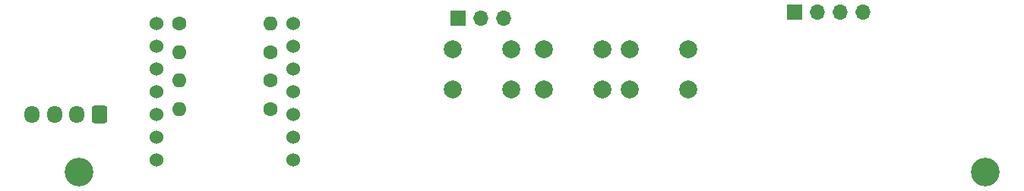
<source format=gbr>
%TF.GenerationSoftware,KiCad,Pcbnew,7.0.9*%
%TF.CreationDate,2024-10-29T13:49:45+09:00*%
%TF.ProjectId,02-top,30322d74-6f70-42e6-9b69-6361645f7063,rev?*%
%TF.SameCoordinates,Original*%
%TF.FileFunction,Soldermask,Bot*%
%TF.FilePolarity,Negative*%
%FSLAX46Y46*%
G04 Gerber Fmt 4.6, Leading zero omitted, Abs format (unit mm)*
G04 Created by KiCad (PCBNEW 7.0.9) date 2024-10-29 13:49:45*
%MOMM*%
%LPD*%
G01*
G04 APERTURE LIST*
G04 Aperture macros list*
%AMRoundRect*
0 Rectangle with rounded corners*
0 $1 Rounding radius*
0 $2 $3 $4 $5 $6 $7 $8 $9 X,Y pos of 4 corners*
0 Add a 4 corners polygon primitive as box body*
4,1,4,$2,$3,$4,$5,$6,$7,$8,$9,$2,$3,0*
0 Add four circle primitives for the rounded corners*
1,1,$1+$1,$2,$3*
1,1,$1+$1,$4,$5*
1,1,$1+$1,$6,$7*
1,1,$1+$1,$8,$9*
0 Add four rect primitives between the rounded corners*
20,1,$1+$1,$2,$3,$4,$5,0*
20,1,$1+$1,$4,$5,$6,$7,0*
20,1,$1+$1,$6,$7,$8,$9,0*
20,1,$1+$1,$8,$9,$2,$3,0*%
G04 Aperture macros list end*
%ADD10C,3.200000*%
%ADD11RoundRect,0.250000X0.600000X0.725000X-0.600000X0.725000X-0.600000X-0.725000X0.600000X-0.725000X0*%
%ADD12O,1.700000X1.950000*%
%ADD13C,2.000000*%
%ADD14R,1.700000X1.700000*%
%ADD15O,1.700000X1.700000*%
%ADD16C,1.524000*%
%ADD17C,1.600000*%
%ADD18O,1.600000X1.600000*%
G04 APERTURE END LIST*
D10*
%TO.C,REF\u002A\u002A*%
X33320000Y-71200000D03*
%TD*%
%TO.C,REF\u002A\u002A*%
X134320000Y-71200000D03*
%TD*%
D11*
%TO.C,J1*%
X35560000Y-64770000D03*
D12*
X33060000Y-64770000D03*
X30560000Y-64770000D03*
X28060000Y-64770000D03*
%TD*%
D13*
%TO.C,SW3*%
X101190000Y-57440000D03*
X94690000Y-57440000D03*
X101190000Y-61940000D03*
X94690000Y-61940000D03*
%TD*%
%TO.C,SW2*%
X91590000Y-57440000D03*
X85090000Y-57440000D03*
X91590000Y-61940000D03*
X85090000Y-61940000D03*
%TD*%
%TO.C,SW1*%
X81430000Y-57440000D03*
X74930000Y-57440000D03*
X81430000Y-61940000D03*
X74930000Y-61940000D03*
%TD*%
D14*
%TO.C,J2*%
X113040000Y-53340000D03*
D15*
X115580000Y-53340000D03*
X118120000Y-53340000D03*
X120660000Y-53340000D03*
%TD*%
%TO.C,SW4*%
X80660000Y-53975000D03*
X78120000Y-53975000D03*
D14*
X75580000Y-53975000D03*
%TD*%
D16*
%TO.C,U1*%
X57150000Y-69850000D03*
X57150000Y-67310000D03*
X57150000Y-64770000D03*
X57150000Y-62230000D03*
X57150000Y-59690000D03*
X57150000Y-57150000D03*
X57150000Y-54610000D03*
X41910000Y-54610000D03*
X41910000Y-57150000D03*
X41910000Y-59690000D03*
X41910000Y-62230000D03*
X41910000Y-64770000D03*
X41910000Y-67310000D03*
X41910000Y-69850000D03*
%TD*%
D17*
%TO.C,R1*%
X54610000Y-64135000D03*
D18*
X44450000Y-64135000D03*
%TD*%
D17*
%TO.C,R3*%
X54610000Y-57785000D03*
D18*
X44450000Y-57785000D03*
%TD*%
D17*
%TO.C,R2*%
X54610000Y-60960000D03*
D18*
X44450000Y-60960000D03*
%TD*%
D17*
%TO.C,R4*%
X44450000Y-54610000D03*
D18*
X54610000Y-54610000D03*
%TD*%
M02*

</source>
